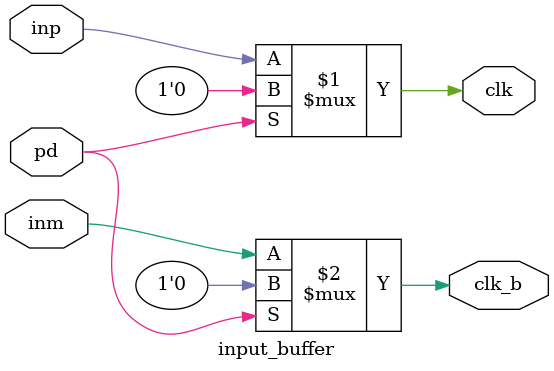
<source format=sv>
module input_buffer (
	input wire logic inp,
	input wire logic inm,
	input wire logic pd,
	
	output wire clk,
	output wire clk_b

);

    assign clk = pd ? 1'b0 : inp;
    assign clk_b = pd ? 1'b0 : inm;

endmodule

</source>
